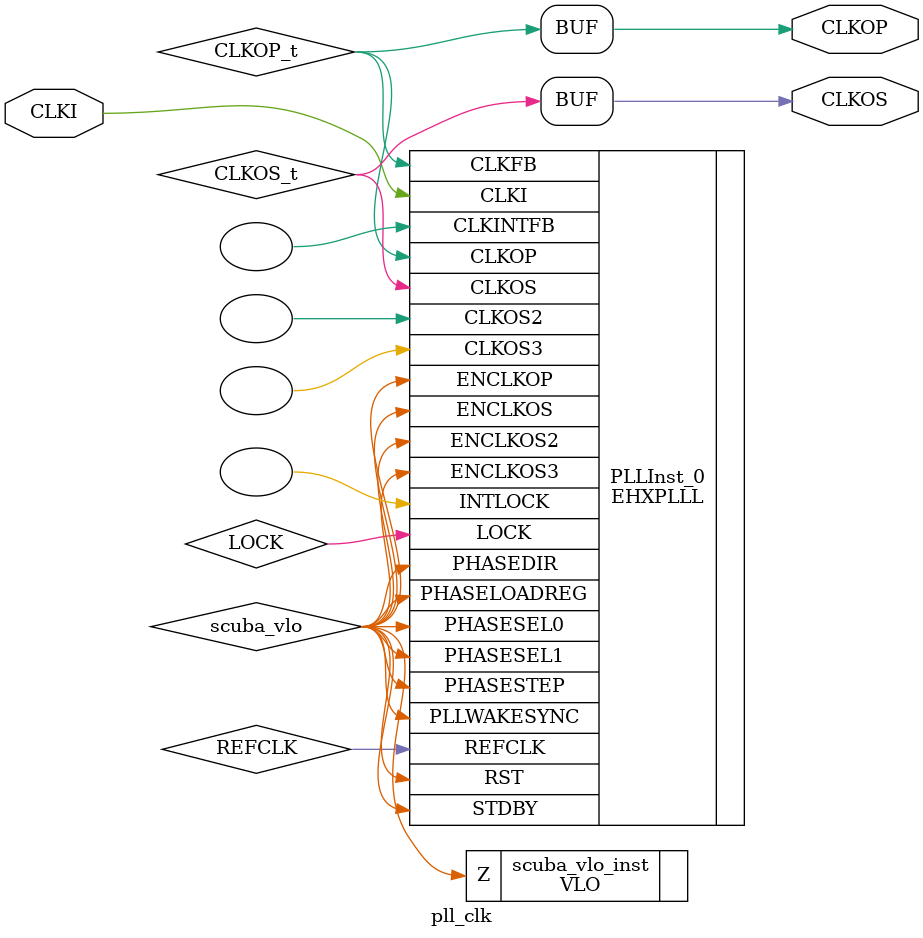
<source format=v>
/* Verilog netlist generated by SCUBA Diamond (64-bit) 3.11.2.446 */
/* Module Version: 5.7 */
/* C:\lscc\diamond\3.11_x64\ispfpga\bin\nt64\scuba.exe -w -n pll_clk -lang verilog -synth lse -bus_exp 7 -bb -arch sa5p00 -type pll -fin 200.00 -fclkop 100 -fclkop_tol 0.0 -fclkos 100 -fclkos_tol 0.0 -phases 0 -phase_cntl STATIC -fb_mode 1 -fdc G:/cypress_prj/hdmi_Industrial_4k/ddr_ip/pll_clk/pll_clk.fdc  */
/* Mon Feb 15 11:43:12 2021 */


`timescale 1 ns / 1 ps
module pll_clk (CLKI, CLKOP, CLKOS)/* synthesis NGD_DRC_MASK=1 */;
    input wire CLKI;
    output wire CLKOP;
    output wire CLKOS;

    wire REFCLK;
    wire LOCK;
    wire CLKOS_t;
    wire CLKOP_t;
    wire scuba_vhi;
    wire scuba_vlo;

    VHI scuba_vhi_inst (.Z(scuba_vhi));

    VLO scuba_vlo_inst (.Z(scuba_vlo));

    defparam PLLInst_0.PLLRST_ENA = "DISABLED" ;
    defparam PLLInst_0.INTFB_WAKE = "DISABLED" ;
    defparam PLLInst_0.STDBY_ENABLE = "DISABLED" ;
    defparam PLLInst_0.DPHASE_SOURCE = "DISABLED" ;
    defparam PLLInst_0.CLKOS3_FPHASE = 0 ;
    defparam PLLInst_0.CLKOS3_CPHASE = 0 ;
    defparam PLLInst_0.CLKOS2_FPHASE = 0 ;
    defparam PLLInst_0.CLKOS2_CPHASE = 0 ;
    defparam PLLInst_0.CLKOS_FPHASE = 0 ;
    defparam PLLInst_0.CLKOS_CPHASE = 5 ;
    defparam PLLInst_0.CLKOP_FPHASE = 0 ;
    defparam PLLInst_0.CLKOP_CPHASE = 5 ;
    defparam PLLInst_0.PLL_LOCK_MODE = 0 ;
    defparam PLLInst_0.CLKOS_TRIM_DELAY = 0 ;
    defparam PLLInst_0.CLKOS_TRIM_POL = "FALLING" ;
    defparam PLLInst_0.CLKOP_TRIM_DELAY = 0 ;
    defparam PLLInst_0.CLKOP_TRIM_POL = "FALLING" ;
    defparam PLLInst_0.OUTDIVIDER_MUXD = "DIVD" ;
    defparam PLLInst_0.CLKOS3_ENABLE = "DISABLED" ;
    defparam PLLInst_0.OUTDIVIDER_MUXC = "DIVC" ;
    defparam PLLInst_0.CLKOS2_ENABLE = "DISABLED" ;
    defparam PLLInst_0.OUTDIVIDER_MUXB = "DIVB" ;
    defparam PLLInst_0.CLKOS_ENABLE = "ENABLED" ;
    defparam PLLInst_0.OUTDIVIDER_MUXA = "DIVA" ;
    defparam PLLInst_0.CLKOP_ENABLE = "ENABLED" ;
    defparam PLLInst_0.CLKOS3_DIV = 1 ;
    defparam PLLInst_0.CLKOS2_DIV = 1 ;
    defparam PLLInst_0.CLKOS_DIV = 6 ;
    defparam PLLInst_0.CLKOP_DIV = 6 ;
    defparam PLLInst_0.CLKFB_DIV = 1 ;
    defparam PLLInst_0.CLKI_DIV = 2 ;
    defparam PLLInst_0.FEEDBK_PATH = "CLKOP" ;
    EHXPLLL PLLInst_0 (.CLKI(CLKI), .CLKFB(CLKOP_t), .PHASESEL1(scuba_vlo), 
        .PHASESEL0(scuba_vlo), .PHASEDIR(scuba_vlo), .PHASESTEP(scuba_vlo), 
        .PHASELOADREG(scuba_vlo), .STDBY(scuba_vlo), .PLLWAKESYNC(scuba_vlo), 
        .RST(scuba_vlo), .ENCLKOP(scuba_vlo), .ENCLKOS(scuba_vlo), .ENCLKOS2(scuba_vlo), 
        .ENCLKOS3(scuba_vlo), .CLKOP(CLKOP_t), .CLKOS(CLKOS_t), .CLKOS2(), 
        .CLKOS3(), .LOCK(LOCK), .INTLOCK(), .REFCLK(REFCLK), .CLKINTFB())
             /* synthesis FREQUENCY_PIN_CLKOS="100.000000" */
             /* synthesis FREQUENCY_PIN_CLKOP="100.000000" */
             /* synthesis FREQUENCY_PIN_CLKI="200.000000" */
             /* synthesis ICP_CURRENT="9" */
             /* synthesis LPF_RESISTOR="72" */;

    assign CLKOS = CLKOS_t;
    assign CLKOP = CLKOP_t;


    // exemplar begin
    // exemplar attribute PLLInst_0 FREQUENCY_PIN_CLKOS 100.000000
    // exemplar attribute PLLInst_0 FREQUENCY_PIN_CLKOP 100.000000
    // exemplar attribute PLLInst_0 FREQUENCY_PIN_CLKI 200.000000
    // exemplar attribute PLLInst_0 ICP_CURRENT 9
    // exemplar attribute PLLInst_0 LPF_RESISTOR 72
    // exemplar end

endmodule

</source>
